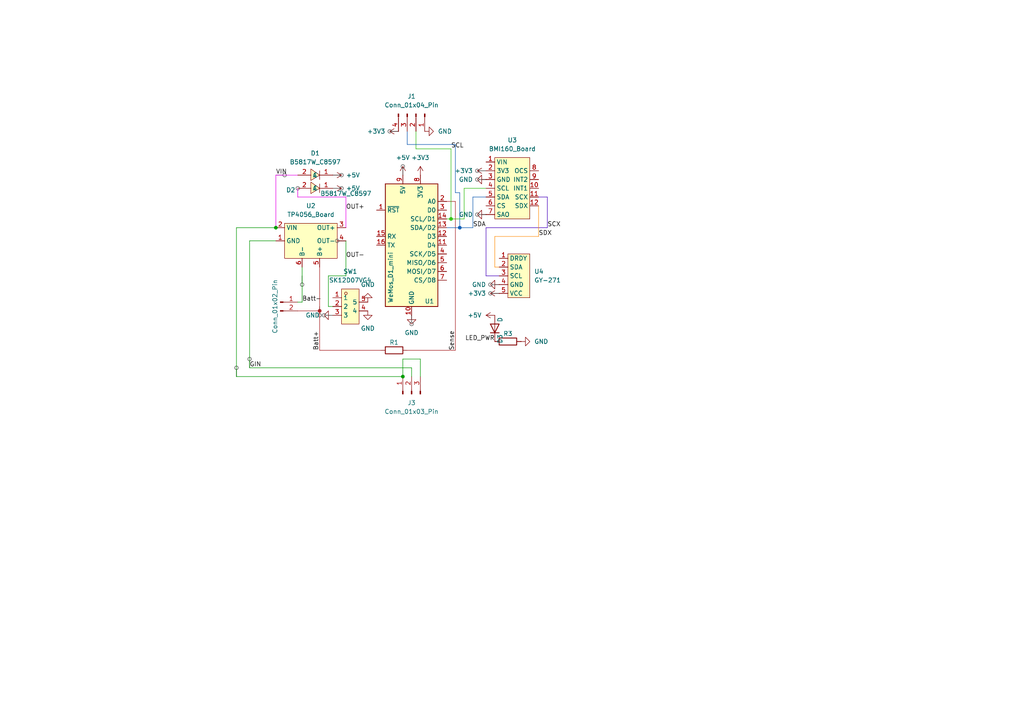
<source format=kicad_sch>
(kicad_sch (version 20231120) (generator "eeschema") (generator_version "8.0")
  (paper "A4")
  (lib_symbols
    (symbol "Connector:Conn_01x02_Pin" (pin_names (offset 1.016) hide)
      (property "Reference" "J" (at 0 2.54 0))
      (property "Value" "Conn_01x02_Pin" (at 0 -5.08 0))
      (symbol "Conn_01x02_Pin_1_1"
        (polyline (pts (xy 1.27 -2.54) (xy 0.8636 -2.54)) (stroke (width 0.1524)))
        (polyline (pts (xy 1.27 0) (xy 0.8636 0)) (stroke (width 0.1524)))
        (rectangle (start 0.8636 -2.413) (end 0 -2.667) (stroke (width 0.1524)) (fill (type outline)))
        (rectangle (start 0.8636 0.127) (end 0 -0.127) (stroke (width 0.1524)) (fill (type outline)))
        (pin passive line (at 5.08 0 180) (length 3.81) (name "Pin_1") (number "1"))
        (pin passive line (at 5.08 -2.54 180) (length 3.81) (name "Pin_2") (number "2"))
      )
    )
    (symbol "Connector:Conn_01x03_Pin" (pin_names (offset 1.016) hide)
      (property "Reference" "J" (at 0 5.08 0))
      (property "Value" "Conn_01x03_Pin" (at 0 -5.08 0))
      (symbol "Conn_01x03_Pin_1_1"
        (polyline (pts (xy 1.27 -2.54) (xy 0.8636 -2.54)) (stroke (width 0.1524)))
        (polyline (pts (xy 1.27 0) (xy 0.8636 0)) (stroke (width 0.1524)))
        (polyline (pts (xy 1.27 2.54) (xy 0.8636 2.54)) (stroke (width 0.1524)))
        (rectangle (start 0.8636 -2.413) (end 0 -2.667) (stroke (width 0.1524)) (fill (type outline)))
        (rectangle (start 0.8636 0.127) (end 0 -0.127) (stroke (width 0.1524)) (fill (type outline)))
        (rectangle (start 0.8636 2.667) (end 0 2.413) (stroke (width 0.1524)) (fill (type outline)))
        (pin passive line (at 5.08 2.54 180) (length 3.81) (name "Pin_1") (number "1"))
        (pin passive line (at 5.08 0 180) (length 3.81) (name "Pin_2") (number "2"))
        (pin passive line (at 5.08 -2.54 180) (length 3.81) (name "Pin_3") (number "3"))
      )
    )
    (symbol "Connector:Conn_01x04_Pin" (pin_names (offset 1.016) hide)
      (property "Reference" "J" (at 0 5.08 0))
      (property "Value" "Conn_01x04_Pin" (at 0 -7.62 0))
      (symbol "Conn_01x04_Pin_1_1"
        (polyline (pts (xy 1.27 -5.08) (xy 0.8636 -5.08)) (stroke (width 0.1524)))
        (polyline (pts (xy 1.27 -2.54) (xy 0.8636 -2.54)) (stroke (width 0.1524)))
        (polyline (pts (xy 1.27 0) (xy 0.8636 0)) (stroke (width 0.1524)))
        (polyline (pts (xy 1.27 2.54) (xy 0.8636 2.54)) (stroke (width 0.1524)))
        (rectangle (start 0.8636 -4.953) (end 0 -5.207) (stroke (width 0.1524)) (fill (type outline)))
        (rectangle (start 0.8636 -2.413) (end 0 -2.667) (stroke (width 0.1524)) (fill (type outline)))
        (rectangle (start 0.8636 0.127) (end 0 -0.127) (stroke (width 0.1524)) (fill (type outline)))
        (rectangle (start 0.8636 2.667) (end 0 2.413) (stroke (width 0.1524)) (fill (type outline)))
        (pin passive line (at 5.08 2.54 180) (length 3.81) (name "Pin_1") (number "1"))
        (pin passive line (at 5.08 0 180) (length 3.81) (name "Pin_2") (number "2"))
        (pin passive line (at 5.08 -2.54 180) (length 3.81) (name "Pin_3") (number "3"))
        (pin passive line (at 5.08 -5.08 180) (length 3.81) (name "Pin_4") (number "4"))
      )
    )
    (symbol "Custom:BMI160_Board"
      (property "Reference" "U" (at 0 6.35 0))
      (property "Value" "BMI160_Board" (at 0.508 -13.97 0))
      (symbol "BMI160_Board_1_1"
        (rectangle (start -5.08 5.08) (end 5.08 -12.7) (fill (type background)))
        (pin power_in line (at -7.62 3.81 0) (length 2.54) (name "VIN") (number "1"))
        (pin bidirectional line (at 7.62 -3.81 180) (length 2.54) (name "INT1") (number "10"))
        (pin bidirectional line (at 7.62 -6.35 180) (length 2.54) (name "SCX") (number "11"))
        (pin bidirectional line (at 7.62 -8.89 180) (length 2.54) (name "SDX") (number "12"))
        (pin power_in line (at -7.62 1.27 0) (length 2.54) (name "3V3") (number "2"))
        (pin power_in line (at -7.62 -1.27 0) (length 2.54) (name "GND") (number "3"))
        (pin bidirectional line (at -7.62 -3.81 0) (length 2.54) (name "SCL") (number "4"))
        (pin bidirectional line (at -7.62 -6.35 0) (length 2.54) (name "SDA") (number "5"))
        (pin bidirectional line (at -7.62 -8.89 0) (length 2.54) (name "CS") (number "6"))
        (pin bidirectional line (at -7.62 -11.43 0) (length 2.54) (name "SAO") (number "7"))
        (pin bidirectional line (at 7.62 1.27 180) (length 2.54) (name "OCS") (number "8"))
        (pin bidirectional line (at 7.62 -1.27 180) (length 2.54) (name "INT2") (number "9"))
      )
    )
    (symbol "Custom:GY-271"
      (property "Reference" "U" (at 0.762 -7.874 0))
      (property "Value" "GY-271" (at 2.794 -1.016 90))
      (symbol "GY-271_1_1"
        (rectangle (start -2.54 6.35) (end 3.81 -6.35) (fill (type background)))
        (pin bidirectional line (at -5.08 5.08 0) (length 2.54) (name "DRDY") (number "1"))
        (pin bidirectional line (at -5.08 2.54 0) (length 2.54) (name "SDA") (number "2"))
        (pin bidirectional line (at -5.08 0 0) (length 2.54) (name "SCL") (number "3"))
        (pin power_in line (at -5.08 -2.54 0) (length 2.54) (name "GND") (number "4"))
        (pin power_in line (at -5.08 -5.08 0) (length 2.54) (name "VCC") (number "5"))
      )
    )
    (symbol "Device:D" (pin_numbers hide) (pin_names (offset 1.016) hide)
      (property "Reference" "D" (at 0 2.54 0))
      (property "Value" "D" (at 0 -2.54 0))
      (symbol "D_0_1"
        (polyline (pts (xy -1.27 1.27) (xy -1.27 -1.27)) (stroke (width 0.254)))
        (polyline (pts (xy 1.27 0) (xy -1.27 0)))
        (polyline (pts (xy 1.27 1.27) (xy 1.27 -1.27) (xy -1.27 0) (xy 1.27 1.27)) (stroke (width 0.254)))
      )
      (symbol "D_1_1"
        (pin passive line (at -3.81 0 0) (length 2.54) (name "K") (number "1"))
        (pin passive line (at 3.81 0 180) (length 2.54) (name "A") (number "2"))
      )
    )
    (symbol "Device:R" (pin_numbers hide) (pin_names (offset 0))
      (property "Reference" "R" (at 2.032 0 90))
      (property "Value" "R" (at 0 0 90))
      (symbol "R_0_1"
        (rectangle (start -1.016 -2.54) (end 1.016 2.54) (stroke (width 0.254)))
      )
      (symbol "R_1_1"
        (pin passive line (at 0 3.81 270) (length 1.27) (name "~") (number "1"))
        (pin passive line (at 0 -3.81 90) (length 1.27) (name "~") (number "2"))
      )
    )
    (symbol "EasyEDA:B5817W_C8597"
      (property "Reference" "D" (at 0 5.08 0))
      (property "Value" "B5817W_C8597" (at 0 -5.08 0))
      (symbol "B5817W_C8597_0_1"
        (polyline (pts (xy -1.27 1.27) (xy -1.27 -1.27)))
        (polyline (pts (xy 1.27 1.52) (xy -1.27 0) (xy 1.27 -1.78) (xy 1.27 1.52)) (fill (type background)))
        (pin unspecified line (at -5.08 0 0) (length 3.81) (name "C") (number "1"))
        (pin unspecified line (at 5.08 0 180) (length 3.81) (name "A") (number "2"))
      )
    )
    (symbol "EasyEDA:SK12F14G5"
      (property "Reference" "SW" (at 0 7.62 0))
      (property "Value" "SK12F14G5" (at 0 -7.62 0))
      (symbol "SK12F14G5_0_1"
        (rectangle (start -2.54 5.08) (end 2.54 -5.08) (fill (type background)))
        (circle (center -1.27 3.81) (radius 0.38))
        (pin unspecified line (at -5.08 2.54 0) (length 2.54) (name "1") (number "1"))
        (pin unspecified line (at -5.08 0 0) (length 2.54) (name "2") (number "2"))
        (pin unspecified line (at -5.08 -2.54 0) (length 2.54) (name "3") (number "3"))
        (pin unspecified line (at 5.08 -1.27 180) (length 2.54) (name "4") (number "4"))
        (pin unspecified line (at 5.08 1.27 180) (length 2.54) (name "5") (number "5"))
      )
    )
    (symbol "MCU_Module:WeMos_D1_mini"
      (property "Reference" "U" (at 3.81 19.05 0))
      (property "Value" "WeMos_D1_mini" (at 1.27 -19.05 0))
      (symbol "WeMos_D1_mini_1_1"
        (rectangle (start -7.62 17.78) (end 7.62 -17.78) (stroke (width 0.254)) (fill (type background)))
        (pin input line (at -10.16 10.16 0) (length 2.54) (name "~{RST}") (number "1"))
        (pin power_in line (at 0 -20.32 90) (length 2.54) (name "GND") (number "10"))
        (pin bidirectional line (at 10.16 0 180) (length 2.54) (name "D4") (number "11"))
        (pin bidirectional line (at 10.16 2.54 180) (length 2.54) (name "D3") (number "12"))
        (pin bidirectional line (at 10.16 5.08 180) (length 2.54) (name "SDA/D2") (number "13"))
        (pin bidirectional line (at 10.16 7.62 180) (length 2.54) (name "SCL/D1") (number "14"))
        (pin input line (at -10.16 2.54 0) (length 2.54) (name "RX") (number "15"))
        (pin output line (at -10.16 0 0) (length 2.54) (name "TX") (number "16"))
        (pin input line (at 10.16 12.7 180) (length 2.54) (name "A0") (number "2"))
        (pin bidirectional line (at 10.16 10.16 180) (length 2.54) (name "D0") (number "3"))
        (pin bidirectional line (at 10.16 -2.54 180) (length 2.54) (name "SCK/D5") (number "4"))
        (pin bidirectional line (at 10.16 -5.08 180) (length 2.54) (name "MISO/D6") (number "5"))
        (pin bidirectional line (at 10.16 -7.62 180) (length 2.54) (name "MOSI/D7") (number "6"))
        (pin bidirectional line (at 10.16 -10.16 180) (length 2.54) (name "CS/D8") (number "7"))
        (pin power_out line (at 2.54 20.32 270) (length 2.54) (name "3V3") (number "8"))
        (pin power_in line (at -2.54 20.32 270) (length 2.54) (name "5V") (number "9"))
      )
    )
    (symbol "TP4056-18650:TP4056-18650"
      (property "Reference" "U2" (at -10.16 2.54 90))
      (property "Value" "TP4056_Board" (at -7.62 2.54 90))
      (symbol "TP4056-18650_1_1"
        (rectangle (start -5.08 10.16) (end 5.08 -5.08) (fill (type background)))
        (pin power_in line (at 0 -7.62 90) (length 2.54) (name "GND") (number "1"))
        (pin power_in line (at -3.81 -7.62 90) (length 2.54) (name "VIN") (number "2"))
        (pin power_out line (at -3.81 12.7 270) (length 2.54) (name "OUT+") (number "3"))
        (pin power_out line (at 0 12.7 270) (length 2.54) (name "OUT-") (number "4"))
        (pin power_out line (at 7.62 5.08 180) (length 2.54) (name "B+") (number "5"))
        (pin power_out line (at 7.62 0 180) (length 2.54) (name "B-") (number "6"))
      )
    )
    (symbol "power:+3V3" (power) (pin_numbers hide) (pin_names (offset 0) hide)
      (property "Value" "+3V3" (at 0 3.556 0))
      (symbol "+3V3_0_1"
        (polyline (pts (xy -0.762 1.27) (xy 0 2.54)))
        (polyline (pts (xy 0 0) (xy 0 2.54)))
        (polyline (pts (xy 0 2.54) (xy 0.762 1.27)))
      )
      (symbol "+3V3_1_1"
        (pin power_in line (at 0 0 90) (length 0) (name "~") (number "1"))
      )
    )
    (symbol "power:+5V" (power) (pin_numbers hide) (pin_names (offset 0) hide)
      (property "Value" "+5V" (at 0 3.556 0))
      (symbol "+5V_0_1"
        (polyline (pts (xy -0.762 1.27) (xy 0 2.54)))
        (polyline (pts (xy 0 0) (xy 0 2.54)))
        (polyline (pts (xy 0 2.54) (xy 0.762 1.27)))
      )
      (symbol "+5V_1_1"
        (pin power_in line (at 0 0 90) (length 0) (name "~") (number "1"))
      )
    )
    (symbol "power:GND" (power) (pin_numbers hide) (pin_names (offset 0) hide)
      (property "Value" "GND" (at 0 -3.81 0))
      (symbol "GND_0_1"
        (polyline (pts (xy 0 0) (xy 0 -1.27) (xy 1.27 -1.27) (xy 0 -2.54) (xy -1.27 -1.27) (xy 0 -1.27)))
      )
      (symbol "GND_1_1"
        (pin power_in line (at 0 0 270) (length 0) (name "~") (number "1"))
      )
    )
  )
  (junction (at 133.35 66.04) (color 12 89 176 1))
  (junction (at 130.81 63.5) (color 43 187 13 1))
  (junction (at 80.01 66.04))
  (junction (at 116.84 109.22))
  (junction (at 92.71 90.17) (color 165 29 32 1))
  (wire (pts (xy 95.25 80.01) (xy 95.25 88.9)))
  (wire (pts (xy 140.97 57.15) (xy 137.16 57.15)) (stroke (width 0) (color 12 89 176 1)))
  (wire (pts (xy 132.08 55.88) (xy 133.35 55.88)) (stroke (width 0) (color 12 89 176 1)))
  (wire (pts (xy 133.35 55.88) (xy 133.35 66.04)) (stroke (width 0) (color 12 89 176 1)))
  (wire (pts (xy 86.36 90.17) (xy 92.71 90.17)) (stroke (width 0) (color 165 29 32 1)))
  (wire (pts (xy 119.38 109.22) (xy 119.38 106.68)))
  (wire (pts (xy 140.97 54.61) (xy 134.62 54.61)) (stroke (width 0) (color 43 187 13 1)))
  (wire (pts (xy 119.38 106.68) (xy 72.39 106.68)))
  (wire (pts (xy 80.01 50.8) (xy 86.36 50.8)) (stroke (width 0) (color 229 0 232 1)))
  (wire (pts (xy 87.63 87.63) (xy 86.36 87.63)))
  (wire (pts (xy 143.51 68.58) (xy 156.21 68.58)) (stroke (width 0) (color 255 144 17 1)))
  (wire (pts (xy 156.21 59.69) (xy 156.21 68.58)) (stroke (width 0) (color 255 144 17 1)))
  (wire (pts (xy 132.08 58.42) (xy 132.08 101.6)) (stroke (width 0) (color 165 29 32 1)))
  (wire (pts (xy 72.39 106.68) (xy 72.39 69.85)))
  (wire (pts (xy 137.16 57.15) (xy 137.16 66.04)) (stroke (width 0) (color 12 89 176 1)))
  (wire (pts (xy 100.33 80.01) (xy 95.25 80.01)))
  (wire (pts (xy 129.54 58.42) (xy 132.08 58.42)) (stroke (width 0) (color 165 29 32 1)))
  (wire (pts (xy 140.97 80.01) (xy 144.78 80.01)) (stroke (width 0) (color 68 0 187 1)))
  (wire (pts (xy 110.49 101.6) (xy 92.71 101.6)) (stroke (width 0) (color 165 29 32 1)))
  (wire (pts (xy 68.58 109.22) (xy 68.58 66.04)))
  (wire (pts (xy 158.75 66.04) (xy 140.97 66.04)) (stroke (width 0) (color 68 0 187 1)))
  (wire (pts (xy 137.16 66.04) (xy 133.35 66.04)) (stroke (width 0) (color 12 89 176 1)))
  (wire (pts (xy 86.36 57.15) (xy 86.36 54.61)) (stroke (width 0) (color 229 0 232 1)))
  (wire (pts (xy 118.11 41.91) (xy 118.11 38.1)) (stroke (width 0) (color 12 89 176 1)))
  (wire (pts (xy 100.33 69.85) (xy 100.33 80.01)))
  (wire (pts (xy 118.11 41.91) (xy 132.08 41.91)) (stroke (width 0) (color 12 89 176 1)))
  (wire (pts (xy 120.65 43.18) (xy 130.81 43.18)) (stroke (width 0) (color 43 187 13 1)))
  (wire (pts (xy 92.71 90.17) (xy 92.71 77.47)) (stroke (width 0) (color 165 29 32 1)))
  (wire (pts (xy 95.25 88.9) (xy 96.52 88.9)))
  (wire (pts (xy 156.21 57.15) (xy 158.75 57.15)) (stroke (width 0) (color 68 0 187 1)))
  (wire (pts (xy 121.92 109.22) (xy 121.92 104.14)))
  (wire (pts (xy 143.51 68.58) (xy 143.51 77.47)) (stroke (width 0) (color 255 144 17 1)))
  (wire (pts (xy 92.71 101.6) (xy 92.71 90.17)) (stroke (width 0) (color 165 29 32 1)))
  (wire (pts (xy 140.97 66.04) (xy 140.97 80.01)) (stroke (width 0) (color 68 0 187 1)))
  (wire (pts (xy 143.51 77.47) (xy 144.78 77.47)) (stroke (width 0) (color 255 144 17 1)))
  (wire (pts (xy 134.62 63.5) (xy 130.81 63.5)) (stroke (width 0) (color 43 187 13 1)))
  (wire (pts (xy 130.81 63.5) (xy 129.54 63.5)) (stroke (width 0) (color 43 187 13 1)))
  (wire (pts (xy 134.62 54.61) (xy 134.62 63.5)) (stroke (width 0) (color 43 187 13 1)))
  (wire (pts (xy 100.33 57.15) (xy 86.36 57.15)) (stroke (width 0) (color 229 0 232 1)))
  (wire (pts (xy 133.35 66.04) (xy 129.54 66.04)) (stroke (width 0) (color 12 89 176 1)))
  (wire (pts (xy 72.39 69.85) (xy 80.01 69.85)))
  (wire (pts (xy 158.75 57.15) (xy 158.75 66.04)) (stroke (width 0) (color 68 0 187 1)))
  (wire (pts (xy 68.58 66.04) (xy 80.01 66.04)))
  (wire (pts (xy 116.84 104.14) (xy 116.84 109.22)))
  (wire (pts (xy 116.84 109.22) (xy 68.58 109.22)))
  (wire (pts (xy 132.08 41.91) (xy 132.08 55.88)) (stroke (width 0) (color 12 89 176 1)))
  (wire (pts (xy 120.65 38.1) (xy 120.65 43.18)) (stroke (width 0) (color 43 187 13 1)))
  (wire (pts (xy 121.92 104.14) (xy 116.84 104.14)))
  (wire (pts (xy 80.01 66.04) (xy 80.01 50.8)) (stroke (width 0) (color 229 0 232 1)))
  (wire (pts (xy 87.63 77.47) (xy 87.63 87.63)))
  (wire (pts (xy 100.33 66.04) (xy 100.33 57.15)) (stroke (width 0) (color 229 0 232 1)))
  (wire (pts (xy 132.08 101.6) (xy 118.11 101.6)) (stroke (width 0) (color 165 29 32 1)))
  (wire (pts (xy 130.81 43.18) (xy 130.81 63.5)) (stroke (width 0) (color 43 187 13 1)))
  (label "OUT+" (at 100.33 60.96 0))
  (label "Batt-" (at 87.63 87.63 0))
  (label "SDX" (at 156.21 68.58 0))
  (label "GIN" (at 72.39 106.68 0))
  (label "VIN" (at 80.01 50.8 0))
  (label "SDA" (at 137.16 66.04 0))
  (label "Batt+" (at 92.71 101.6 90))
  (label "SCL" (at 130.81 43.18 0))
  (label "LED_PWR" (at 143.51 99.06 180))
  (label "Sense" (at 132.08 101.6 90))
  (label "SCX" (at 158.75 66.04 0))
  (label "OUT-" (at 100.33 74.93 0))
  (netclass_flag "" (length 2.54) (shape round) (at 140.97 62.23 90) (property "Netclass" "Power" (effects (hide yes))))
  (netclass_flag "" (length 2.54) (shape round) (at 140.97 52.07 90) (property "Netclass" "Power" (effects (hide yes))))
  (netclass_flag "" (length 2.54) (shape round) (at 68.58 109.22 0) (property "Netclass" "Power" (effects (hide yes))))
  (netclass_flag "" (length 2.54) (shape round) (at 86.36 57.15 0) (property "Netclass" "Power" (effects (hide yes))))
  (netclass_flag "" (length 2.54) (shape round) (at 116.84 50.8 0) (property "Netclass" "Power" (effects (hide yes))))
  (netclass_flag "" (length 2.54) (shape round) (at 96.52 54.61 270) (property "Netclass" "Power" (effects (hide yes))))
  (netclass_flag "" (length 2.54) (shape round) (at 144.78 85.09 90) (property "Netclass" "Power" (effects (hide yes))))
  (netclass_flag "" (length 2.54) (shape round) (at 119.38 91.44 180) (property "Netclass" "Power" (effects (hide yes))))
  (netclass_flag "" (length 2.54) (shape round) (at 144.78 82.55 90) (property "Netclass" "Power" (effects (hide yes))))
  (netclass_flag "" (length 2.54) (shape round) (at 80.01 50.8 270) (property "Netclass" "Power" (effects (hide yes))))
  (netclass_flag "" (length 2.54) (shape round) (at 87.63 80.01 180) (property "Netclass" "Power" (effects (hide yes))))
  (netclass_flag "" (length 2.54) (shape round) (at 72.39 106.68 0) (property "Netclass" "Power" (effects (hide yes))))
  (netclass_flag "" (length 2.54) (shape round) (at 92.71 88.9 180) (property "Netclass" "Power" (effects (hide yes))))
  (netclass_flag "" (length 2.54) (shape round) (at 96.52 91.44 90) (property "Netclass" "Power" (effects (hide yes))))
  (netclass_flag "" (length 2.54) (shape round) (at 100.33 69.85 90) (property "Netclass" "Power" (effects (hide yes))))
  (netclass_flag "" (length 2.54) (shape round) (at 115.57 38.1 90) (property "Netclass" "Power" (effects (hide yes))))
  (netclass_flag "" (length 2.54) (shape round) (at 140.97 49.53 90) (property "Netclass" "Power" (effects (hide yes))))
  (netclass_flag "" (length 2.54) (shape round) (at 96.52 50.8 270) (property "Netclass" "Power" (effects (hide yes))))
  (symbol (lib_id "MCU_Module:WeMos_D1_mini") (at 119.38 71.12 0) (unit 1)
    (property "Reference" "U1" (at 123.19 87.376 0) (effects (justify left)))
    (property "Value" "WeMos_D1_mini" (at 113.284 87.884 90) (effects (justify left)))
    (property "Footprint" "custom:WEMOS_D1_mini_light_labeled_both_sides_1" (effects (hide yes)))
    (property "Datasheet" "https://wiki.wemos.cc/products:d1:d1_mini#documentation" (effects (hide yes)))
    (property "Description" "32-bit microcontroller module with WiFi" (effects (hide yes)))
  )
  (symbol (lib_id "Connector:Conn_01x02_Pin") (at 81.28 87.63 0) (unit 1)
    (property "Reference" "J2" (effects (hide yes)))
    (property "Value" "Conn_01x02_Pin" (at 79.756 88.9 90))
    (property "Footprint" "custom:battery_header_2.54mm" (effects (hide yes)))
    (property "Description" "Generic connector, single row, 01x02, script generated" (effects (hide yes)))
  )
  (symbol (lib_id "power:+3V3") (at 115.57 38.1 90) (unit 1)
    (property "Reference" "#PWR011" (effects (hide yes)))
    (property "Value" "+3V3" (at 111.76 38.0999 90) (effects (justify left)))
    (property "Description" "Power symbol creates a global label with name \"+3V3\"" (effects (hide yes)))
  )
  (symbol (lib_id "power:GND") (at 123.19 38.1 90) (unit 1)
    (property "Reference" "#PWR012" (effects (hide yes)))
    (property "Value" "GND" (at 127 38.0999 90) (effects (justify right)))
    (property "Description" "Power symbol creates a global label with name \"GND\" , ground" (effects (hide yes)))
  )
  (symbol (lib_id "power:+3V3") (at 144.78 85.09 90) (unit 1)
    (property "Reference" "#PWR06" (effects (hide yes)))
    (property "Value" "+3V3" (at 140.97 85.0899 90) (effects (justify left)))
    (property "Description" "Power symbol creates a global label with name \"+3V3\"" (effects (hide yes)))
  )
  (symbol (lib_id "EasyEDA:B5817W_C8597") (at 91.44 54.61 180) (unit 1)
    (property "Reference" "D2" (at 84.328 55.118 0))
    (property "Value" "B5817W_C8597" (at 100.33 56.134 0))
    (property "Footprint" "custom:SOD-123_L2.8-W1.8-LS3.7-RD_custom" (effects (hide yes)))
    (property "Datasheet" "https://lcsc.com/product-detail/Schottky-Barrier-Diodes-SBD_B5817W_C8597.html" (effects (hide yes)))
    (property "LCSC Part" "C8597" (effects (hide yes)))
  )
  (symbol (lib_id "EasyEDA:B5817W_C8597") (at 91.44 50.8 180) (unit 1)
    (property "Reference" "D1" (at 91.44 44.45 0))
    (property "Value" "B5817W_C8597" (at 91.44 46.99 0))
    (property "Footprint" "custom:SOD-123_L2.8-W1.8-LS3.7-RD_custom" (effects (hide yes)))
    (property "Datasheet" "https://lcsc.com/product-detail/Schottky-Barrier-Diodes-SBD_B5817W_C8597.html" (effects (hide yes)))
    (property "LCSC Part" "C8597" (effects (hide yes)))
  )
  (symbol (lib_id "Custom:GY-271") (at 149.86 80.01 0) (unit 1)
    (property "Reference" "U4" (at 154.94 78.7399 0) (effects (justify left)))
    (property "Value" "GY-271" (at 154.94 81.2799 0) (effects (justify left)))
    (property "Footprint" "custom:GY-271_both_sides_backward" (effects (hide yes)))
  )
  (symbol (lib_id "power:GND") (at 144.78 82.55 270) (unit 1)
    (property "Reference" "#PWR07" (effects (hide yes)))
    (property "Value" "GND" (at 140.97 82.5499 90) (effects (justify right)))
    (property "Description" "Power symbol creates a global label with name \"GND\" , ground" (effects (hide yes)))
  )
  (symbol (lib_id "Device:R") (at 114.3 101.6 270) (unit 1)
    (property "Reference" "R1" (at 114.3 99.314 90))
    (property "Value" "R" (effects (hide yes)))
    (property "Footprint" "Resistor_SMD:R_0805_2012Metric_Pad1.20x1.40mm_HandSolder" (effects (hide yes)))
    (property "Description" "Resistor" (effects (hide yes)))
  )
  (symbol (lib_id "EasyEDA:SK12F14G5") (at 101.6 88.9 0) (unit 1)
    (property "Reference" "SW1" (at 101.6 78.74 0))
    (property "Value" "SK12D07VG4" (at 101.6 81.28 0))
    (property "Footprint" "custom:SW-TH_SK12D07VG4_custom" (effects (hide yes)))
    (property "LCSC Part" "C2887263" (effects (hide yes)))
  )
  (symbol (lib_id "power:+5V") (at 96.52 50.8 270) (unit 1)
    (property "Reference" "#PWR09" (effects (hide yes)))
    (property "Value" "+5V" (at 100.33 50.7999 90) (effects (justify left)))
    (property "Description" "Power symbol creates a global label with name \"+5V\"" (effects (hide yes)))
  )
  (symbol (lib_id "power:GND") (at 151.13 99.06 90) (unit 1)
    (property "Reference" "#PWR017" (effects (hide yes)))
    (property "Value" "GND" (at 154.94 99.0599 90) (effects (justify right)))
    (property "Description" "Power symbol creates a global label with name \"GND\" , ground" (effects (hide yes)))
  )
  (symbol (lib_id "power:GND") (at 106.68 87.63 180) (unit 1)
    (property "Reference" "#PWR014" (effects (hide yes)))
    (property "Value" "GND" (at 106.68 82.55 0))
    (property "Description" "Power symbol creates a global label with name \"GND\" , ground" (effects (hide yes)))
  )
  (symbol (lib_id "power:GND") (at 96.52 91.44 270) (unit 1)
    (property "Reference" "#PWR01" (effects (hide yes)))
    (property "Value" "GND" (at 92.71 91.4399 90) (effects (justify right)))
    (property "Description" "Power symbol creates a global label with name \"GND\" , ground" (effects (hide yes)))
  )
  (symbol (lib_id "power:+5V") (at 116.84 50.8 0) (unit 1)
    (property "Reference" "#PWR08" (effects (hide yes)))
    (property "Value" "+5V" (at 116.84 45.72 0))
    (property "Description" "Power symbol creates a global label with name \"+5V\"" (effects (hide yes)))
  )
  (symbol (lib_id "Custom:BMI160_Board") (at 148.59 50.8 0) (unit 1)
    (property "Reference" "U3" (at 148.59 40.64 0))
    (property "Value" "BMI160_Board" (at 148.59 43.18 0))
    (property "Footprint" "custom:BMI160_Board_both_sides_backward" (effects (hide yes)))
  )
  (symbol (lib_id "power:+3V3") (at 121.92 50.8 0) (unit 1)
    (property "Reference" "#PWR04" (effects (hide yes)))
    (property "Value" "+3V3" (at 121.92 45.72 0))
    (property "Description" "Power symbol creates a global label with name \"+3V3\"" (effects (hide yes)))
  )
  (symbol (lib_id "TP4056-18650:TP4056-18650") (at 87.63 69.85 270) (unit 1)
    (property "Reference" "U2" (at 90.17 59.69 90))
    (property "Value" "TP4056_Board" (at 90.17 62.23 90))
    (property "Footprint" "custom:TP4056_both_sides_1" (effects (hide yes)))
  )
  (symbol (lib_id "power:GND") (at 106.68 90.17 0) (unit 1)
    (property "Reference" "#PWR015" (effects (hide yes)))
    (property "Value" "GND" (at 106.68 95.25 0))
    (property "Description" "Power symbol creates a global label with name \"GND\" , ground" (effects (hide yes)))
  )
  (symbol (lib_id "power:GND") (at 140.97 52.07 270) (unit 1)
    (property "Reference" "#PWR03" (effects (hide yes)))
    (property "Value" "GND" (at 137.16 52.0699 90) (effects (justify right)))
    (property "Description" "Power symbol creates a global label with name \"GND\" , ground" (effects (hide yes)))
  )
  (symbol (lib_id "Device:R") (at 147.32 99.06 270) (unit 1)
    (property "Reference" "R3" (at 147.32 96.774 90))
    (property "Value" "R" (effects (hide yes)))
    (property "Footprint" "Resistor_SMD:R_0805_2012Metric_Pad1.20x1.40mm_HandSolder" (effects (hide yes)))
    (property "Description" "Resistor" (effects (hide yes)))
  )
  (symbol (lib_id "Device:D") (at 143.51 95.25 90) (unit 1)
    (property "Reference" "D3" (at 145.034 98.298 0))
    (property "Value" "D" (at 145.034 92.71 0))
    (property "Footprint" "LED_SMD:LED_0805_2012Metric_Pad1.15x1.40mm_HandSolder" (effects (hide yes)))
    (property "Description" "Diode" (effects (hide yes)))
    (property "Sim.Device" "D" (effects (hide yes)))
    (property "Sim.Pins" "1=K 2=A" (effects (hide yes)))
  )
  (symbol (lib_id "power:GND") (at 140.97 62.23 270) (unit 1)
    (property "Reference" "#PWR013" (effects (hide yes)))
    (property "Value" "GND" (at 137.16 62.2299 90) (effects (justify right)))
    (property "Description" "Power symbol creates a global label with name \"GND\" , ground" (effects (hide yes)))
  )
  (symbol (lib_id "power:GND") (at 119.38 91.44 0) (unit 1)
    (property "Reference" "#PWR02" (effects (hide yes)))
    (property "Value" "GND" (at 119.38 96.52 0))
    (property "Description" "Power symbol creates a global label with name \"GND\" , ground" (effects (hide yes)))
  )
  (symbol (lib_id "Connector:Conn_01x04_Pin") (at 120.65 33.02 270) (unit 1)
    (property "Reference" "J1" (at 119.38 27.94 90))
    (property "Value" "Conn_01x04_Pin" (at 119.38 30.48 90))
    (property "Footprint" "custom:JST_PH_S4B-PH-K_1x04_P2.00mm_Horizontal_labelled_1" (effects (hide yes)))
    (property "Description" "Generic connector, single row, 01x04, script generated" (effects (hide yes)))
  )
  (symbol (lib_id "power:+5V") (at 96.52 54.61 270) (unit 1)
    (property "Reference" "#PWR010" (effects (hide yes)))
    (property "Value" "+5V" (at 100.33 54.6099 90) (effects (justify left)))
    (property "Description" "Power symbol creates a global label with name \"+5V\"" (effects (hide yes)))
  )
  (symbol (lib_id "Connector:Conn_01x03_Pin") (at 119.38 114.3 90) (unit 1)
    (property "Reference" "J3" (at 119.38 116.84 90))
    (property "Value" "Conn_01x03_Pin" (at 119.38 119.38 90))
    (property "Footprint" "custom:pogo_3_pin_right_angle" (effects (hide yes)))
    (property "Description" "Generic connector, single row, 01x03, script generated" (effects (hide yes)))
  )
  (symbol (lib_id "power:+3V3") (at 140.97 49.53 90) (unit 1)
    (property "Reference" "#PWR05" (effects (hide yes)))
    (property "Value" "+3V3" (at 137.16 49.5299 90) (effects (justify left)))
    (property "Description" "Power symbol creates a global label with name \"+3V3\"" (effects (hide yes)))
  )
  (symbol (lib_id "power:+5V") (at 143.51 91.44 90) (unit 1)
    (property "Reference" "#PWR016" (effects (hide yes)))
    (property "Value" "+5V" (at 139.7 91.4399 90) (effects (justify left)))
    (property "Description" "Power symbol creates a global label with name \"+5V\"" (effects (hide yes)))
  )
)
</source>
